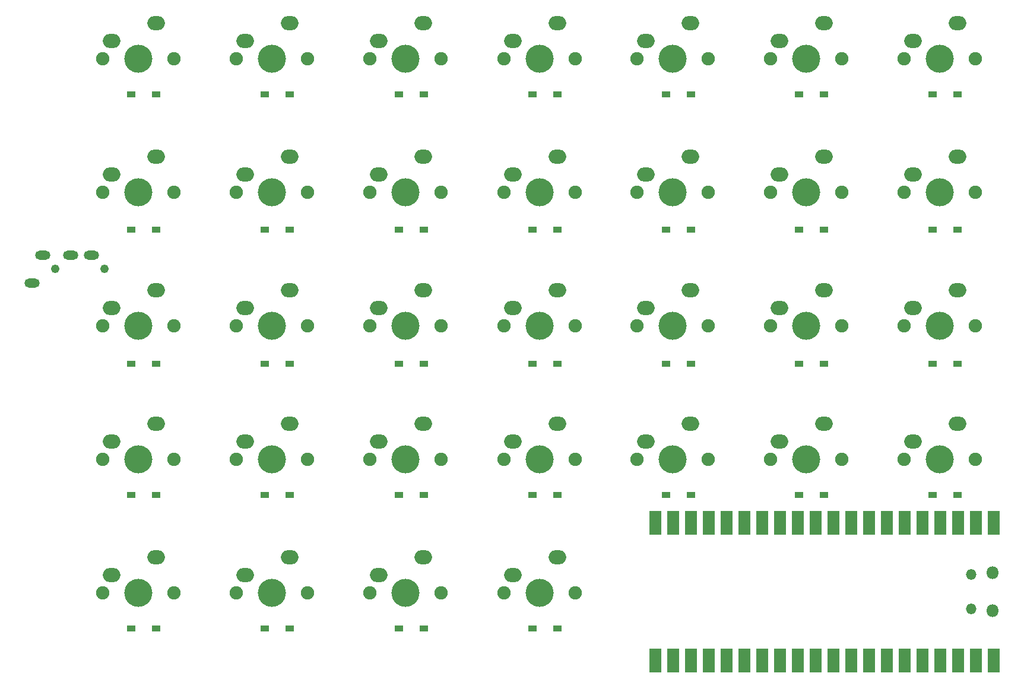
<source format=gbr>
%TF.GenerationSoftware,KiCad,Pcbnew,(7.0.0-0)*%
%TF.CreationDate,2023-03-05T23:11:48+09:00*%
%TF.ProjectId,11111_pcb,31313131-315f-4706-9362-2e6b69636164,rev?*%
%TF.SameCoordinates,Original*%
%TF.FileFunction,Soldermask,Bot*%
%TF.FilePolarity,Negative*%
%FSLAX46Y46*%
G04 Gerber Fmt 4.6, Leading zero omitted, Abs format (unit mm)*
G04 Created by KiCad (PCBNEW (7.0.0-0)) date 2023-03-05 23:11:48*
%MOMM*%
%LPD*%
G01*
G04 APERTURE LIST*
%ADD10R,1.300000X0.950000*%
%ADD11C,1.900000*%
%ADD12C,4.000000*%
%ADD13O,2.500000X2.000000*%
%ADD14C,1.210000*%
%ADD15O,2.200000X1.300000*%
%ADD16O,1.800000X1.800000*%
%ADD17O,1.500000X1.500000*%
%ADD18R,1.700000X3.500000*%
G04 APERTURE END LIST*
D10*
%TO.C,D52*%
X247329999Y-102809999D03*
X250879999Y-102809999D03*
%TD*%
D11*
%TO.C,SW13*%
X300355000Y-40580000D03*
D12*
X305435000Y-40580000D03*
D11*
X310515000Y-40580000D03*
D13*
X301624999Y-38039999D03*
X307974999Y-35499999D03*
%TD*%
D10*
%TO.C,D27*%
X304424999Y-64999999D03*
X307974999Y-64999999D03*
%TD*%
%TO.C,D39*%
X266444999Y-84129999D03*
X269994999Y-84129999D03*
%TD*%
%TO.C,D22*%
X209194999Y-64999999D03*
X212744999Y-64999999D03*
%TD*%
%TO.C,D28*%
X323509999Y-64999999D03*
X327059999Y-64999999D03*
%TD*%
%TO.C,D42*%
X323509999Y-84129999D03*
X327059999Y-84129999D03*
%TD*%
D11*
%TO.C,SW8*%
X205155000Y-40580000D03*
D12*
X210235000Y-40580000D03*
D11*
X215315000Y-40580000D03*
D13*
X206424999Y-38039999D03*
X212774999Y-35499999D03*
%TD*%
D10*
%TO.C,D26*%
X285469999Y-64999999D03*
X289019999Y-64999999D03*
%TD*%
%TO.C,D41*%
X304424999Y-84129999D03*
X307974999Y-84129999D03*
%TD*%
%TO.C,D14*%
X323509999Y-45679999D03*
X327059999Y-45679999D03*
%TD*%
D11*
%TO.C,SW54*%
X281355000Y-97730000D03*
D12*
X286435000Y-97730000D03*
D11*
X291515000Y-97730000D03*
D13*
X282624999Y-95189999D03*
X288974999Y-92649999D03*
%TD*%
D11*
%TO.C,SW61*%
X205155000Y-116780000D03*
D12*
X210235000Y-116780000D03*
D11*
X215315000Y-116780000D03*
D13*
X206424999Y-114239999D03*
X212774999Y-111699999D03*
%TD*%
D11*
%TO.C,SW26*%
X281355000Y-59630000D03*
D12*
X286435000Y-59630000D03*
D11*
X291515000Y-59630000D03*
D13*
X282624999Y-57089999D03*
X288974999Y-54549999D03*
%TD*%
D11*
%TO.C,SW22*%
X205155000Y-59630000D03*
D12*
X210235000Y-59630000D03*
D11*
X215315000Y-59630000D03*
D13*
X206424999Y-57089999D03*
X212774999Y-54549999D03*
%TD*%
D10*
%TO.C,D40*%
X285469999Y-84129999D03*
X289019999Y-84129999D03*
%TD*%
%TO.C,D56*%
X323509999Y-102809999D03*
X327059999Y-102809999D03*
%TD*%
%TO.C,D38*%
X247329999Y-84129999D03*
X250879999Y-84129999D03*
%TD*%
D11*
%TO.C,SW62*%
X224155000Y-116780000D03*
D12*
X229235000Y-116780000D03*
D11*
X234315000Y-116780000D03*
D13*
X225424999Y-114239999D03*
X231774999Y-111699999D03*
%TD*%
D11*
%TO.C,SW23*%
X224155000Y-59630000D03*
D12*
X229235000Y-59630000D03*
D11*
X234315000Y-59630000D03*
D13*
X225424999Y-57089999D03*
X231774999Y-54549999D03*
%TD*%
D10*
%TO.C,D53*%
X266444999Y-102809999D03*
X269994999Y-102809999D03*
%TD*%
%TO.C,D9*%
X228244999Y-45679999D03*
X231794999Y-45679999D03*
%TD*%
D11*
%TO.C,SW12*%
X281355000Y-40580000D03*
D12*
X286435000Y-40580000D03*
D11*
X291515000Y-40580000D03*
D13*
X282624999Y-38039999D03*
X288974999Y-35499999D03*
%TD*%
D11*
%TO.C,SW40*%
X281355000Y-78680000D03*
D12*
X286435000Y-78680000D03*
D11*
X291515000Y-78680000D03*
D13*
X282624999Y-76139999D03*
X288974999Y-73599999D03*
%TD*%
D10*
%TO.C,D55*%
X304424999Y-102809999D03*
X307974999Y-102809999D03*
%TD*%
%TO.C,D36*%
X209194999Y-84129999D03*
X212744999Y-84129999D03*
%TD*%
%TO.C,D62*%
X228244999Y-121879999D03*
X231794999Y-121879999D03*
%TD*%
%TO.C,D13*%
X304424999Y-45679999D03*
X307974999Y-45679999D03*
%TD*%
D11*
%TO.C,SW53*%
X262355000Y-97730000D03*
D12*
X267435000Y-97730000D03*
D11*
X272515000Y-97730000D03*
D13*
X263624999Y-95189999D03*
X269974999Y-92649999D03*
%TD*%
D10*
%TO.C,D54*%
X285469999Y-102809999D03*
X289019999Y-102809999D03*
%TD*%
%TO.C,D64*%
X266444999Y-121879999D03*
X269994999Y-121879999D03*
%TD*%
D11*
%TO.C,SW28*%
X319455000Y-59630000D03*
D12*
X324535000Y-59630000D03*
D11*
X329615000Y-59630000D03*
D13*
X320724999Y-57089999D03*
X327074999Y-54549999D03*
%TD*%
D11*
%TO.C,SW51*%
X224155000Y-97730000D03*
D12*
X229235000Y-97730000D03*
D11*
X234315000Y-97730000D03*
D13*
X225424999Y-95189999D03*
X231774999Y-92649999D03*
%TD*%
D10*
%TO.C,D23*%
X228244999Y-64999999D03*
X231794999Y-64999999D03*
%TD*%
D11*
%TO.C,SW37*%
X224155000Y-78680000D03*
D12*
X229235000Y-78680000D03*
D11*
X234315000Y-78680000D03*
D13*
X225424999Y-76139999D03*
X231774999Y-73599999D03*
%TD*%
D11*
%TO.C,SW56*%
X319455000Y-97730000D03*
D12*
X324535000Y-97730000D03*
D11*
X329615000Y-97730000D03*
D13*
X320724999Y-95189999D03*
X327074999Y-92649999D03*
%TD*%
D10*
%TO.C,D63*%
X247329999Y-121879999D03*
X250879999Y-121879999D03*
%TD*%
D11*
%TO.C,SW9*%
X224155000Y-40580000D03*
D12*
X229235000Y-40580000D03*
D11*
X234315000Y-40580000D03*
D13*
X225424999Y-38039999D03*
X231774999Y-35499999D03*
%TD*%
D11*
%TO.C,SW27*%
X300355000Y-59630000D03*
D12*
X305435000Y-59630000D03*
D11*
X310515000Y-59630000D03*
D13*
X301624999Y-57089999D03*
X307974999Y-54549999D03*
%TD*%
D11*
%TO.C,SW14*%
X319455000Y-40580000D03*
D12*
X324535000Y-40580000D03*
D11*
X329615000Y-40580000D03*
D13*
X320724999Y-38039999D03*
X327074999Y-35499999D03*
%TD*%
D11*
%TO.C,SW50*%
X205155000Y-97730000D03*
D12*
X210235000Y-97730000D03*
D11*
X215315000Y-97730000D03*
D13*
X206424999Y-95189999D03*
X212774999Y-92649999D03*
%TD*%
D11*
%TO.C,SW38*%
X243255000Y-78680000D03*
D12*
X248335000Y-78680000D03*
D11*
X253415000Y-78680000D03*
D13*
X244524999Y-76139999D03*
X250874999Y-73599999D03*
%TD*%
D11*
%TO.C,SW11*%
X262355000Y-40580000D03*
D12*
X267435000Y-40580000D03*
D11*
X272515000Y-40580000D03*
D13*
X263624999Y-38039999D03*
X269974999Y-35499999D03*
%TD*%
D10*
%TO.C,D50*%
X209194999Y-102809999D03*
X212744999Y-102809999D03*
%TD*%
D11*
%TO.C,SW52*%
X243255000Y-97730000D03*
D12*
X248335000Y-97730000D03*
D11*
X253415000Y-97730000D03*
D13*
X244524999Y-95189999D03*
X250874999Y-92649999D03*
%TD*%
D10*
%TO.C,D10*%
X247329999Y-45679999D03*
X250879999Y-45679999D03*
%TD*%
D11*
%TO.C,SW39*%
X262355000Y-78680000D03*
D12*
X267435000Y-78680000D03*
D11*
X272515000Y-78680000D03*
D13*
X263624999Y-76139999D03*
X269974999Y-73599999D03*
%TD*%
D10*
%TO.C,D61*%
X209194999Y-121879999D03*
X212744999Y-121879999D03*
%TD*%
D11*
%TO.C,SW55*%
X300355000Y-97730000D03*
D12*
X305435000Y-97730000D03*
D11*
X310515000Y-97730000D03*
D13*
X301624999Y-95189999D03*
X307974999Y-92649999D03*
%TD*%
D11*
%TO.C,SW24*%
X243255000Y-59630000D03*
D12*
X248335000Y-59630000D03*
D11*
X253415000Y-59630000D03*
D13*
X244524999Y-57089999D03*
X250874999Y-54549999D03*
%TD*%
D10*
%TO.C,D51*%
X228244999Y-102809999D03*
X231794999Y-102809999D03*
%TD*%
D11*
%TO.C,SW25*%
X262355000Y-59630000D03*
D12*
X267435000Y-59630000D03*
D11*
X272515000Y-59630000D03*
D13*
X263624999Y-57089999D03*
X269974999Y-54549999D03*
%TD*%
D14*
%TO.C,J2*%
X205345000Y-70580000D03*
X198345000Y-70580000D03*
D15*
X195044999Y-72579999D03*
X203544999Y-68579999D03*
X200544999Y-68579999D03*
X196544999Y-68579999D03*
%TD*%
D10*
%TO.C,D24*%
X247329999Y-64999999D03*
X250879999Y-64999999D03*
%TD*%
%TO.C,D25*%
X266444999Y-64999999D03*
X269994999Y-64999999D03*
%TD*%
D11*
%TO.C,SW10*%
X243255000Y-40580000D03*
D12*
X248335000Y-40580000D03*
D11*
X253415000Y-40580000D03*
D13*
X244524999Y-38039999D03*
X250874999Y-35499999D03*
%TD*%
D10*
%TO.C,D8*%
X209194999Y-45679999D03*
X212744999Y-45679999D03*
%TD*%
D11*
%TO.C,SW64*%
X262355000Y-116780000D03*
D12*
X267435000Y-116780000D03*
D11*
X272515000Y-116780000D03*
D13*
X263624999Y-114239999D03*
X269974999Y-111699999D03*
%TD*%
D10*
%TO.C,D37*%
X228244999Y-84129999D03*
X231794999Y-84129999D03*
%TD*%
%TO.C,D12*%
X285469999Y-45679999D03*
X289019999Y-45679999D03*
%TD*%
D11*
%TO.C,SW41*%
X300355000Y-78680000D03*
D12*
X305435000Y-78680000D03*
D11*
X310515000Y-78680000D03*
D13*
X301624999Y-76139999D03*
X307974999Y-73599999D03*
%TD*%
D11*
%TO.C,SW42*%
X319455000Y-78680000D03*
D12*
X324535000Y-78680000D03*
D11*
X329615000Y-78680000D03*
D13*
X320724999Y-76139999D03*
X327074999Y-73599999D03*
%TD*%
D10*
%TO.C,D11*%
X266444999Y-45679999D03*
X269994999Y-45679999D03*
%TD*%
D11*
%TO.C,SW36*%
X205155000Y-78680000D03*
D12*
X210235000Y-78680000D03*
D11*
X215315000Y-78680000D03*
D13*
X206424999Y-76139999D03*
X212774999Y-73599999D03*
%TD*%
D11*
%TO.C,SW63*%
X243255000Y-116780000D03*
D12*
X248335000Y-116780000D03*
D11*
X253415000Y-116780000D03*
D13*
X244524999Y-114239999D03*
X250874999Y-111699999D03*
%TD*%
D16*
%TO.C,U2*%
X332034999Y-119339999D03*
D17*
X329004999Y-119039999D03*
X329004999Y-114189999D03*
D16*
X332034999Y-113889999D03*
D18*
X332164999Y-126404999D03*
X329624999Y-126404999D03*
X327084999Y-126404999D03*
X324544999Y-126404999D03*
X322004999Y-126404999D03*
X319464999Y-126404999D03*
X316924999Y-126404999D03*
X314384999Y-126404999D03*
X311844999Y-126404999D03*
X309304999Y-126404999D03*
X306764999Y-126404999D03*
X304224999Y-126404999D03*
X301684999Y-126404999D03*
X299144999Y-126404999D03*
X296604999Y-126404999D03*
X294064999Y-126404999D03*
X291524999Y-126404999D03*
X288984999Y-126404999D03*
X286444999Y-126404999D03*
X283904999Y-126404999D03*
X283904999Y-106824999D03*
X286444999Y-106824999D03*
X288984999Y-106824999D03*
X291524999Y-106824999D03*
X294064999Y-106824999D03*
X296604999Y-106824999D03*
X299144999Y-106824999D03*
X301684999Y-106824999D03*
X304224999Y-106824999D03*
X306764999Y-106824999D03*
X309304999Y-106824999D03*
X311844999Y-106824999D03*
X314384999Y-106824999D03*
X316924999Y-106824999D03*
X319464999Y-106824999D03*
X322004999Y-106824999D03*
X324544999Y-106824999D03*
X327084999Y-106824999D03*
X329624999Y-106824999D03*
X332164999Y-106824999D03*
%TD*%
M02*

</source>
